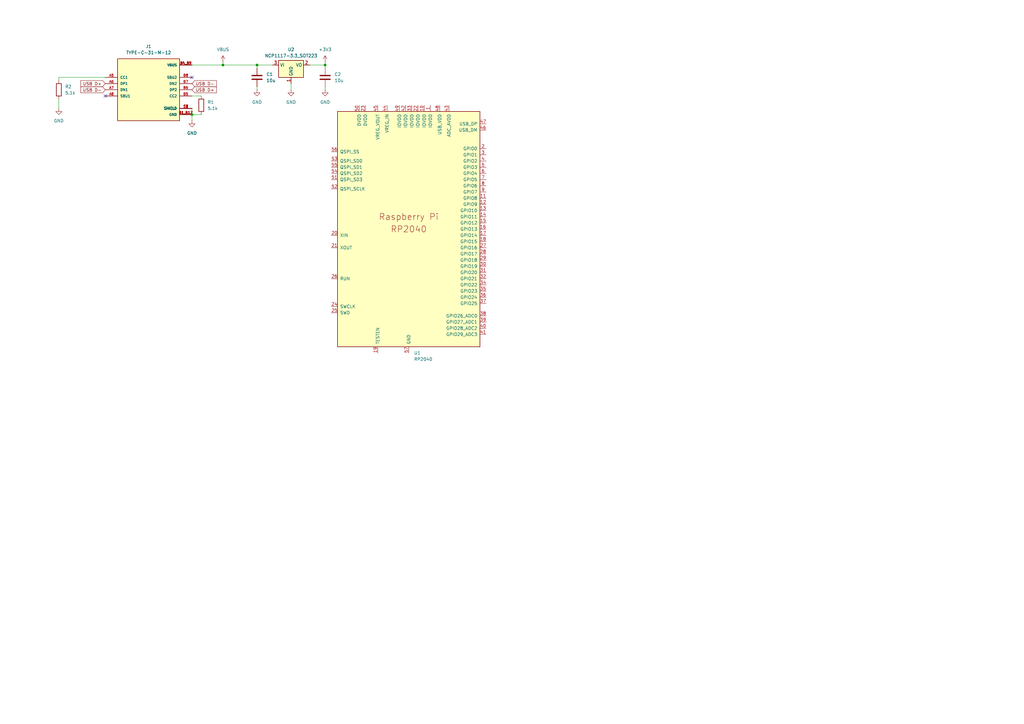
<source format=kicad_sch>
(kicad_sch (version 20250114) (generator "eeschema") (generator_version "9.0")
  (paper "A3")
  (lib_symbols
    (symbol "Device:C" (pin_numbers (hide yes)) (pin_names (offset 0.254))
      (property "Reference" "C" (at 0.635 2.54 0))
      (property "Value" "C" (at 0.635 -2.54 0))
      (symbol "C_0_1"
        (polyline (pts (xy -2.032 0.762) (xy 2.032 0.762)) (stroke (width 0.508)))
        (polyline (pts (xy -2.032 -0.762) (xy 2.032 -0.762)) (stroke (width 0.508)))
      )
      (symbol "C_1_1"
        (pin passive line (at 0 3.81 270) (length 2.794) (name "~") (number "1"))
        (pin passive line (at 0 -3.81 90) (length 2.794) (name "~") (number "2"))
      )
    )
    (symbol "Device:R" (pin_numbers (hide yes)) (pin_names (offset 0))
      (property "Reference" "R" (at 2.032 0 90))
      (property "Value" "R" (at 0 0 90))
      (symbol "R_0_1"
        (rectangle (start -1.016 -2.54) (end 1.016 2.54) (stroke (width 0.254)))
      )
      (symbol "R_1_1"
        (pin passive line (at 0 3.81 270) (length 1.27) (name "~") (number "1"))
        (pin passive line (at 0 -3.81 90) (length 1.27) (name "~") (number "2"))
      )
    )
    (symbol "MCU_RaspberryPi_RP2040:RP2040" (pin_names (offset 1.016))
      (property "Reference" "U" (at -29.21 49.53 0))
      (property "Value" "RP2040" (at 24.13 -49.53 0))
      (symbol "RP2040_0_0"
        (text "Raspberry Pi" (at 0 5.08 0) (effects (font (size 2.54 2.54))))
        (text "RP2040" (at 0 0 0) (effects (font (size 2.54 2.54))))
      )
      (symbol "RP2040_0_1"
        (rectangle (start 29.21 48.26) (end -29.21 -48.26) (stroke (width 0.254)) (fill (type background)))
      )
      (symbol "RP2040_1_1"
        (pin bidirectional line (at -31.75 31.75 0) (length 2.54) (name "QSPI_SS") (number "56"))
        (pin bidirectional line (at -31.75 27.94 0) (length 2.54) (name "QSPI_SD0") (number "53"))
        (pin bidirectional line (at -31.75 25.4 0) (length 2.54) (name "QSPI_SD1") (number "55"))
        (pin bidirectional line (at -31.75 22.86 0) (length 2.54) (name "QSPI_SD2") (number "54"))
        (pin bidirectional line (at -31.75 20.32 0) (length 2.54) (name "QSPI_SD3") (number "51"))
        (pin output line (at -31.75 16.51 0) (length 2.54) (name "QSPI_SCLK") (number "52"))
        (pin input line (at -31.75 -2.54 0) (length 2.54) (name "XIN") (number "20"))
        (pin passive line (at -31.75 -7.62 0) (length 2.54) (name "XOUT") (number "21"))
        (pin input line (at -31.75 -20.32 0) (length 2.54) (name "RUN") (number "26"))
        (pin output line (at -31.75 -31.75 0) (length 2.54) (name "SWCLK") (number "24"))
        (pin bidirectional line (at -31.75 -34.29 0) (length 2.54) (name "SWD") (number "25"))
        (pin power_in line (at -20.32 50.8 270) (length 2.54) (name "DVDD") (number "50"))
        (pin power_in line (at -17.78 50.8 270) (length 2.54) (name "DVDD") (number "23"))
        (pin power_out line (at -12.7 50.8 270) (length 2.54) (name "VREG_VOUT") (number "45"))
        (pin passive line (at -12.7 -50.8 90) (length 2.54) (name "TESTEN") (number "19"))
        (pin power_in line (at -8.89 50.8 270) (length 2.54) (name "VREG_IN") (number "44"))
        (pin power_in line (at -3.81 50.8 270) (length 2.54) (name "IOVDD") (number "49"))
        (pin power_in line (at -1.27 50.8 270) (length 2.54) (name "IOVDD") (number "42"))
        (pin power_in line (at 0 -50.8 90) (length 2.54) (name "GND") (number "57"))
        (pin power_in line (at 1.27 50.8 270) (length 2.54) (name "IOVDD") (number "33"))
        (pin power_in line (at 3.81 50.8 270) (length 2.54) (name "IOVDD") (number "22"))
        (pin power_in line (at 6.35 50.8 270) (length 2.54) (name "IOVDD") (number "10"))
        (pin power_in line (at 8.89 50.8 270) (length 2.54) (name "IOVDD") (number "1"))
        (pin power_in line (at 12.7 50.8 270) (length 2.54) (name "USB_VDD") (number "48"))
        (pin power_in line (at 16.51 50.8 270) (length 2.54) (name "ADC_AVDD") (number "43"))
        (pin bidirectional line (at 31.75 43.18 180) (length 2.54) (name "USB_DP") (number "47"))
        (pin bidirectional line (at 31.75 40.64 180) (length 2.54) (name "USB_DM") (number "46"))
        (pin bidirectional line (at 31.75 33.02 180) (length 2.54) (name "GPIO0") (number "2"))
        (pin bidirectional line (at 31.75 30.48 180) (length 2.54) (name "GPIO1") (number "3"))
        (pin bidirectional line (at 31.75 27.94 180) (length 2.54) (name "GPIO2") (number "4"))
        (pin bidirectional line (at 31.75 25.4 180) (length 2.54) (name "GPIO3") (number "5"))
        (pin bidirectional line (at 31.75 22.86 180) (length 2.54) (name "GPIO4") (number "6"))
        (pin bidirectional line (at 31.75 20.32 180) (length 2.54) (name "GPIO5") (number "7"))
        (pin bidirectional line (at 31.75 17.78 180) (length 2.54) (name "GPIO6") (number "8"))
        (pin bidirectional line (at 31.75 15.24 180) (length 2.54) (name "GPIO7") (number "9"))
        (pin bidirectional line (at 31.75 12.7 180) (length 2.54) (name "GPIO8") (number "11"))
        (pin bidirectional line (at 31.75 10.16 180) (length 2.54) (name "GPIO9") (number "12"))
        (pin bidirectional line (at 31.75 7.62 180) (length 2.54) (name "GPIO10") (number "13"))
        (pin bidirectional line (at 31.75 5.08 180) (length 2.54) (name "GPIO11") (number "14"))
        (pin bidirectional line (at 31.75 2.54 180) (length 2.54) (name "GPIO12") (number "15"))
        (pin bidirectional line (at 31.75 0 180) (length 2.54) (name "GPIO13") (number "16"))
        (pin bidirectional line (at 31.75 -2.54 180) (length 2.54) (name "GPIO14") (number "17"))
        (pin bidirectional line (at 31.75 -5.08 180) (length 2.54) (name "GPIO15") (number "18"))
        (pin bidirectional line (at 31.75 -7.62 180) (length 2.54) (name "GPIO16") (number "27"))
        (pin bidirectional line (at 31.75 -10.16 180) (length 2.54) (name "GPIO17") (number "28"))
        (pin bidirectional line (at 31.75 -12.7 180) (length 2.54) (name "GPIO18") (number "29"))
        (pin bidirectional line (at 31.75 -15.24 180) (length 2.54) (name "GPIO19") (number "30"))
        (pin bidirectional line (at 31.75 -17.78 180) (length 2.54) (name "GPIO20") (number "31"))
        (pin bidirectional line (at 31.75 -20.32 180) (length 2.54) (name "GPIO21") (number "32"))
        (pin bidirectional line (at 31.75 -22.86 180) (length 2.54) (name "GPIO22") (number "34"))
        (pin bidirectional line (at 31.75 -25.4 180) (length 2.54) (name "GPIO23") (number "35"))
        (pin bidirectional line (at 31.75 -27.94 180) (length 2.54) (name "GPIO24") (number "36"))
        (pin bidirectional line (at 31.75 -30.48 180) (length 2.54) (name "GPIO25") (number "37"))
        (pin bidirectional line (at 31.75 -35.56 180) (length 2.54) (name "GPIO26_ADC0") (number "38"))
        (pin bidirectional line (at 31.75 -38.1 180) (length 2.54) (name "GPIO27_ADC1") (number "39"))
        (pin bidirectional line (at 31.75 -40.64 180) (length 2.54) (name "GPIO28_ADC2") (number "40"))
        (pin bidirectional line (at 31.75 -43.18 180) (length 2.54) (name "GPIO29_ADC3") (number "41"))
      )
    )
    (symbol "Regulator_Linear:NCP1117-3.3_SOT223"
      (property "Reference" "U" (at -3.81 3.175 0))
      (property "Value" "NCP1117-3.3_SOT223" (at 0 3.175 0))
      (symbol "NCP1117-3.3_SOT223_0_1"
        (rectangle (start -5.08 -5.08) (end 5.08 1.905) (stroke (width 0.254)) (fill (type background)))
      )
      (symbol "NCP1117-3.3_SOT223_1_1"
        (pin power_in line (at -7.62 0 0) (length 2.54) (name "VI") (number "3"))
        (pin power_in line (at 0 -7.62 90) (length 2.54) (name "GND") (number "1"))
        (pin power_out line (at 7.62 0 180) (length 2.54) (name "VO") (number "2"))
      )
    )
    (symbol "TYPE-C-31-M-12:TYPE-C-31-M-12" (pin_names (offset 1.016))
      (property "Reference" "J" (at -12.7 13.462 0))
      (property "Value" "TYPE-C-31-M-12" (at -12.7 -13.462 0))
      (symbol "TYPE-C-31-M-12_0_0"
        (rectangle (start -12.7 -12.7) (end 12.7 12.7) (stroke (width 0.254)) (fill (type background)))
        (pin bidirectional line (at -17.78 5.08 0) (length 5.08) (name "CC1") (number "A5"))
        (pin bidirectional line (at -17.78 2.54 0) (length 5.08) (name "DP1") (number "A6"))
        (pin bidirectional line (at -17.78 0 0) (length 5.08) (name "DN1") (number "A7"))
        (pin bidirectional line (at -17.78 -2.54 0) (length 5.08) (name "SBU1") (number "A8"))
        (pin power_in line (at 17.78 10.16 180) (length 5.08) (name "VBUS") (number "A4_B9"))
        (pin power_in line (at 17.78 10.16 180) (length 5.08) (name "VBUS") (number "B4_A9"))
        (pin bidirectional line (at 17.78 5.08 180) (length 5.08) (name "SBU2") (number "B8"))
        (pin bidirectional line (at 17.78 2.54 180) (length 5.08) (name "DN2") (number "B7"))
        (pin bidirectional line (at 17.78 0 180) (length 5.08) (name "DP2") (number "B6"))
        (pin bidirectional line (at 17.78 -2.54 180) (length 5.08) (name "CC2") (number "B5"))
        (pin passive line (at 17.78 -7.62 180) (length 5.08) (name "SHIELD") (number "S1"))
        (pin passive line (at 17.78 -7.62 180) (length 5.08) (name "SHIELD") (number "S2"))
        (pin passive line (at 17.78 -7.62 180) (length 5.08) (name "SHIELD") (number "S3"))
        (pin passive line (at 17.78 -7.62 180) (length 5.08) (name "SHIELD") (number "S4"))
        (pin power_in line (at 17.78 -10.16 180) (length 5.08) (name "GND") (number "A1_B12"))
        (pin power_in line (at 17.78 -10.16 180) (length 5.08) (name "GND") (number "B1_A12"))
      )
    )
    (symbol "power:+3V3" (power) (pin_numbers (hide yes)) (pin_names (offset 0) (hide yes))
      (property "Value" "+3V3" (at 0 3.556 0))
      (symbol "+3V3_0_1"
        (polyline (pts (xy -0.762 1.27) (xy 0 2.54)))
        (polyline (pts (xy 0 2.54) (xy 0.762 1.27)))
        (polyline (pts (xy 0 0) (xy 0 2.54)))
      )
      (symbol "+3V3_1_1"
        (pin power_in line (at 0 0 90) (length 0) (name "~") (number "1"))
      )
    )
    (symbol "power:GND" (power) (pin_numbers (hide yes)) (pin_names (offset 0) (hide yes))
      (property "Value" "GND" (at 0 -3.81 0))
      (symbol "GND_0_1"
        (polyline (pts (xy 0 0) (xy 0 -1.27) (xy 1.27 -1.27) (xy 0 -2.54) (xy -1.27 -1.27) (xy 0 -1.27)))
      )
      (symbol "GND_1_1"
        (pin power_in line (at 0 0 270) (length 0) (name "~") (number "1"))
      )
    )
    (symbol "power:VBUS" (power) (pin_numbers (hide yes)) (pin_names (offset 0) (hide yes))
      (property "Value" "VBUS" (at 0 3.556 0))
      (symbol "VBUS_0_1"
        (polyline (pts (xy -0.762 1.27) (xy 0 2.54)))
        (polyline (pts (xy 0 2.54) (xy 0.762 1.27)))
        (polyline (pts (xy 0 0) (xy 0 2.54)))
      )
      (symbol "VBUS_1_1"
        (pin power_in line (at 0 0 90) (length 0) (name "~") (number "1"))
      )
    )
  )
  (junction (at 78.74 46.99))
  (junction (at 133.35 26.67))
  (junction (at 105.41 26.67))
  (junction (at 91.44 26.67))
  (no_connect (at 78.74 31.75))
  (no_connect (at 43.18 39.37))
  (wire (pts (xy 133.35 36.83) (xy 133.35 35.56)))
  (wire (pts (xy 133.35 25.4) (xy 133.35 26.67)))
  (wire (pts (xy 78.74 39.37) (xy 82.55 39.37)))
  (wire (pts (xy 78.74 44.45) (xy 78.74 46.99)))
  (wire (pts (xy 105.41 26.67) (xy 111.76 26.67)))
  (wire (pts (xy 133.35 26.67) (xy 133.35 27.94)))
  (wire (pts (xy 105.41 27.94) (xy 105.41 26.67)))
  (wire (pts (xy 105.41 36.83) (xy 105.41 35.56)))
  (wire (pts (xy 43.18 31.75) (xy 24.13 31.75)))
  (wire (pts (xy 78.74 46.99) (xy 82.55 46.99)))
  (wire (pts (xy 24.13 40.64) (xy 24.13 44.45)))
  (wire (pts (xy 78.74 26.67) (xy 91.44 26.67)))
  (wire (pts (xy 91.44 25.4) (xy 91.44 26.67)))
  (wire (pts (xy 78.74 46.99) (xy 78.74 49.53)))
  (wire (pts (xy 24.13 31.75) (xy 24.13 33.02)))
  (wire (pts (xy 91.44 26.67) (xy 105.41 26.67)))
  (wire (pts (xy 127 26.67) (xy 133.35 26.67)))
  (wire (pts (xy 119.38 34.29) (xy 119.38 36.83)))
  (global_label "USB D-" (shape input) (at 78.74 34.29 0) (property "Intersheetrefs" "${INTERSHEET_REFS}" (effects (hide yes))))
  (global_label "USB D+" (shape input) (at 43.18 34.29 180) (property "Intersheetrefs" "${INTERSHEET_REFS}" (effects (hide yes))))
  (global_label "USB D-" (shape input) (at 43.18 36.83 180) (property "Intersheetrefs" "${INTERSHEET_REFS}" (effects (hide yes))))
  (global_label "USB D+" (shape input) (at 78.74 36.83 0) (property "Intersheetrefs" "${INTERSHEET_REFS}" (effects (hide yes))))
  (symbol (lib_id "power:GND") (at 24.13 44.45 0) (unit 1)
    (property "Reference" "#PWR02" (effects (hide yes)))
    (property "Value" "GND" (at 24.13 49.53 0))
    (property "Description" "Power symbol creates a global label with name \"GND\" , ground" (effects (hide yes)))
  )
  (symbol (lib_id "Device:C") (at 133.35 31.75 0) (unit 1)
    (property "Reference" "C2" (at 137.16 30.4799 0) (effects (justify left)))
    (property "Value" "10u" (at 137.16 33.0199 0) (effects (justify left)))
    (property "Description" "Unpolarized capacitor" (effects (hide yes)))
  )
  (symbol (lib_id "power:GND") (at 78.74 49.53 0) (unit 1)
    (property "Reference" "#PWR01" (effects (hide yes)))
    (property "Value" "GND" (at 78.74 54.61 0))
    (property "Description" "Power symbol creates a global label with name \"GND\" , ground" (effects (hide yes)))
  )
  (symbol (lib_id "power:GND") (at 105.41 36.83 0) (unit 1)
    (property "Reference" "#PWR04" (effects (hide yes)))
    (property "Value" "GND" (at 105.41 41.91 0))
    (property "Description" "Power symbol creates a global label with name \"GND\" , ground" (effects (hide yes)))
  )
  (symbol (lib_id "power:GND") (at 133.35 36.83 0) (unit 1)
    (property "Reference" "#PWR07" (effects (hide yes)))
    (property "Value" "GND" (at 133.35 41.91 0))
    (property "Description" "Power symbol creates a global label with name \"GND\" , ground" (effects (hide yes)))
  )
  (symbol (lib_id "Regulator_Linear:NCP1117-3.3_SOT223") (at 119.38 26.67 0) (unit 1)
    (property "Reference" "U2" (at 119.38 20.32 0))
    (property "Value" "NCP1117-3.3_SOT223" (at 119.38 22.86 0))
    (property "Footprint" "Package_TO_SOT_SMD:SOT-223-3_TabPin2" (effects (hide yes)))
    (property "Datasheet" "http://www.onsemi.com/pub_link/Collateral/NCP1117-D.PDF" (effects (hide yes)))
    (property "Description" "1A Low drop-out regulator, Fixed Output 3.3V, SOT-223" (effects (hide yes)))
  )
  (symbol (lib_id "Device:C") (at 105.41 31.75 0) (unit 1)
    (property "Reference" "C1" (at 109.22 30.4799 0) (effects (justify left)))
    (property "Value" "10u" (at 109.22 33.0199 0) (effects (justify left)))
    (property "Description" "Unpolarized capacitor" (effects (hide yes)))
  )
  (symbol (lib_id "Device:R") (at 24.13 36.83 0) (unit 1)
    (property "Reference" "R2" (at 26.67 35.5599 0) (effects (justify left)))
    (property "Value" "5.1k" (at 26.67 38.0999 0) (effects (justify left)))
    (property "Description" "Resistor" (effects (hide yes)))
  )
  (symbol (lib_id "power:GND") (at 119.38 36.83 0) (unit 1)
    (property "Reference" "#PWR06" (effects (hide yes)))
    (property "Value" "GND" (at 119.38 41.91 0))
    (property "Description" "Power symbol creates a global label with name \"GND\" , ground" (effects (hide yes)))
  )
  (symbol (lib_id "MCU_RaspberryPi_RP2040:RP2040") (at 167.64 93.98 0) (unit 1)
    (property "Reference" "U1" (at 169.7833 144.78 0) (effects (justify left)))
    (property "Value" "RP2040" (at 169.7833 147.32 0) (effects (justify left)))
    (property "Footprint" "RP2040_minimal_r2:RP2040-QFN-56" (effects (hide yes)))
  )
  (symbol (lib_id "Device:R") (at 82.55 43.18 0) (unit 1)
    (property "Reference" "R1" (at 85.09 41.9099 0) (effects (justify left)))
    (property "Value" "5.1k" (at 85.09 44.4499 0) (effects (justify left)))
    (property "Description" "Resistor" (effects (hide yes)))
  )
  (symbol (lib_id "power:VBUS") (at 91.44 25.4 0) (unit 1)
    (property "Reference" "#PWR03" (effects (hide yes)))
    (property "Value" "VBUS" (at 91.44 20.32 0))
    (property "Description" "Power symbol creates a global label with name \"VBUS\"" (effects (hide yes)))
  )
  (symbol (lib_id "TYPE-C-31-M-12:TYPE-C-31-M-12") (at 60.96 36.83 0) (unit 1)
    (property "Reference" "J1" (at 60.96 19.05 0))
    (property "Value" "TYPE-C-31-M-12" (at 60.96 21.59 0))
    (property "Footprint" "usb-c:HRO_TYPE-C-31-M-12" (effects (hide yes)))
    (property "MF" "HRO Electronics Co., Ltd." (effects (hide yes)))
    (property "MAXIMUM_PACKAGE_HEIGHT" "3.26 mm" (effects (hide yes)))
    (property "Package" "Package" (effects (hide yes)))
    (property "Price" "None" (effects (hide yes)))
    (property "Check_prices" "https://www.snapeda.com/parts/TYPE-C-31-M-12/HRO+Electronics+Co.%252C+Ltd./view-part/?ref=eda" (effects (hide yes)))
    (property "STANDARD" "Manufacturer Recommendations" (effects (hide yes)))
    (property "PARTREV" "2020.12.08" (effects (hide yes)))
    (property "SnapEDA_Link" "https://www.snapeda.com/parts/TYPE-C-31-M-12/HRO+Electronics+Co.%252C+Ltd./view-part/?ref=snap" (effects (hide yes)))
    (property "MP" "TYPE-C-31-M-12" (effects (hide yes)))
    (property "Description_1" "USB Connectors 24 Receptacle 1 8.94*7.3mm RoHS" (effects (hide yes)))
    (property "SNAPEDA_PN" "TYPE-C-31-M-12" (effects (hide yes)))
    (property "Availability" "Not in stock" (effects (hide yes)))
    (property "MANUFACTURER" "HRO Electronics Co., Ltd." (effects (hide yes)))
  )
  (symbol (lib_id "power:+3V3") (at 133.35 25.4 0) (unit 1)
    (property "Reference" "#PWR05" (effects (hide yes)))
    (property "Value" "+3V3" (at 133.35 20.32 0))
    (property "Description" "Power symbol creates a global label with name \"+3V3\"" (effects (hide yes)))
  )
)
</source>
